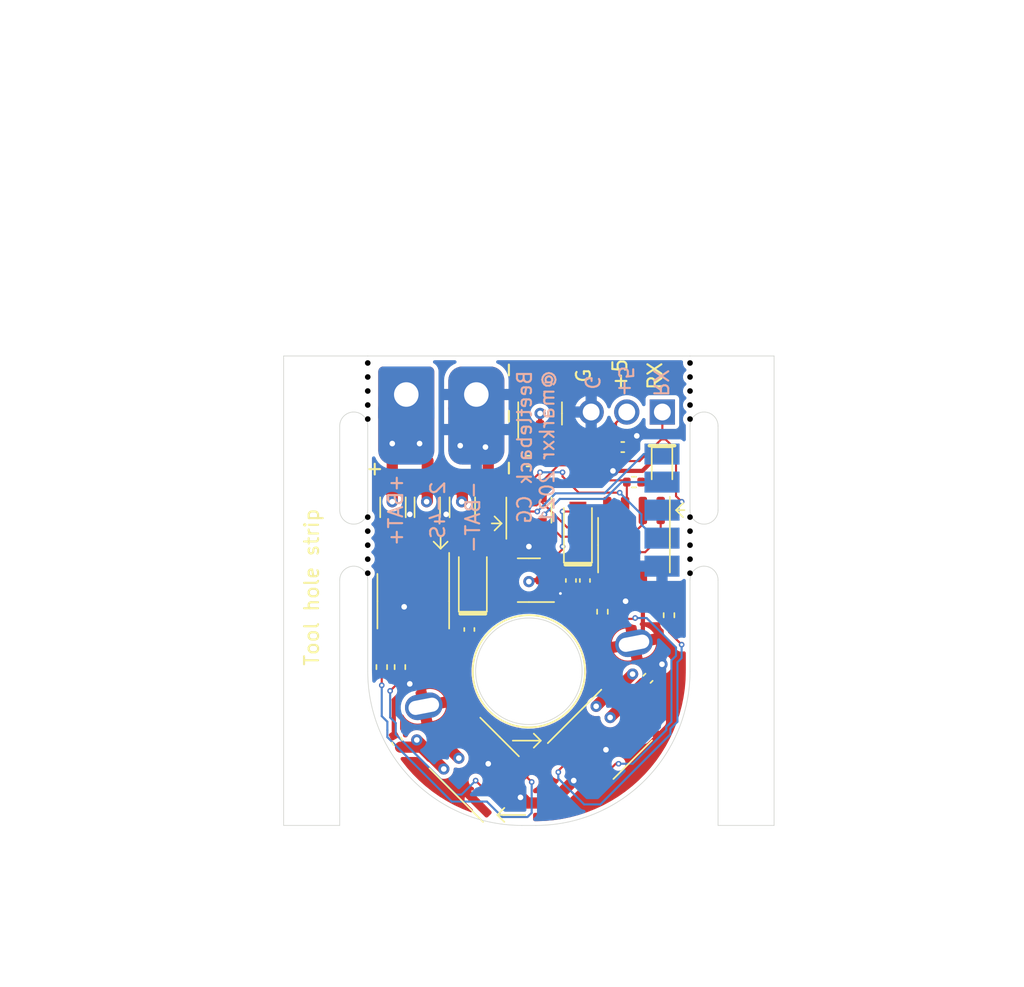
<source format=kicad_pcb>
(kicad_pcb (version 20210824) (generator pcbnew)
  (title_block (date "2021-01-21") (rev "2"))
  (layers (0 "F.Cu" signal) (1 "In1.Cu" signal) (2 "In2.Cu" signal) (31 "B.Cu" signal) (34 "B.Paste" user) (35 "F.Paste" user) (36 "B.SilkS" user "B.Silkscreen") (37 "F.SilkS" user "F.Silkscreen") (38 "B.Mask" user) (39 "F.Mask" user) (44 "Edge.Cuts" user))
  (net 0 "")
  (net 1 "+12V")
  (net 2 "/GH1")
  (net 3 "/GL1")
  (net 4 "/GH2")
  (net 5 "Net-(C2-Pad1)")
  (net 6 "GND")
  (net 7 "/GL2")
  (net 8 "Net-(C3-Pad1)")
  (net 9 "/VBAT")
  (net 10 "/PWMIN")
  (net 11 "/MOTOR_PWM_2")
  (net 12 "/MOTOR_PWM_1")
  (net 13 "/MOTOR_PAD_2")
  (net 14 "/MOTOR_PAD_1")
  (net 15 "+5V")
  (net 16 "Net-(D2-Pad2)")
  (net 17 "/MOTOR_EN")
  (net 18 "/PWMIN1")
  (net 19 "/GH2OUT")
  (net 20 "/GL2OUT")
  (net 21 "/GH1OUT")
  (net 22 "/GL1OUT")
  (footprint "Capacitor_SMD:C_0402_1005Metric" (layer "F.Cu") (at 92.6 127.02 -90)
    (fp_text reference "C1" hide)
    (fp_text value "1uF 25v")
  )
  (footprint "Capacitor_SMD:C_0402_1005Metric" (layer "F.Cu") (at 93.6 127.02 -90)
    (fp_text reference "C2" hide)
    (fp_text value "1uF 25v")
  )
  (footprint "Package_TO_SOT_SMD:SOT-23-6_Handsoldering" (layer "F.Cu") (at 89.6 122 90)
    (fp_text reference "U1" hide)
    (fp_text value "ATTINY10-TSHR")
  )
  (footprint "beetleback:bbb_motorpin" (layer "F.Cu") (at 97.1 131.5 -79)
    (fp_text reference "J4" hide)
    (fp_text value "motor_pad_2" hide)
  )
  (footprint "Diode_SMD:D_SOD-123" (layer "F.Cu") (at 93.1 123.5 90)
    (fp_text reference "D1" hide)
    (fp_text value "B5819W")
  )
  (footprint "Resistor_SMD:R_0402_1005Metric" (layer "F.Cu") (at 89.59 118.5 180)
    (fp_text reference "R1" hide)
    (fp_text value "1k")
  )
  (footprint "Capacitor_SMD:C_1206_3216Metric" (layer "F.Cu") (at 82.35 121.8 -90)
    (fp_text reference "C5" hide)
    (fp_text value "22uF 25v")
  )
  (footprint "Resistor_SMD:R_0402_1005Metric" (layer "F.Cu") (at 99.6 129.5 -90)
    (fp_text reference "R5" hide)
    (fp_text value "10R")
  )
  (footprint "beetleback:mousebites" (layer "F.Cu") (at 78.1 113.5 90)
    (fp_text reference "REF**" hide)
    (fp_text value "mousebites")
  )
  (footprint "Package_SO:SOIC-8_3.9x4.9mm_P1.27mm" (layer "F.Cu") (at 85.7 140 135)
    (fp_text reference "Q2" hide)
    (fp_text value "IRF8313PBF")
  )
  (footprint "beetleback:mousebites" (layer "F.Cu") (at 101.1 124.5 90)
    (fp_text reference "REF**" hide)
    (fp_text value "mousebites")
  )
  (footprint "Capacitor_SMD:C_0402_1005Metric" (layer "F.Cu") (at 96.3 117.5)
    (fp_text reference "C4" hide)
    (fp_text value "1uF 25v")
  )
  (footprint "LED_SMD:LED_0603_1608Metric" (layer "F.Cu") (at 99.1 119 -90)
    (fp_text reference "D2" hide)
    (fp_text value "Red LED")
  )
  (footprint "Package_SO:SOIC-8_3.9x4.9mm_P1.27mm" (layer "F.Cu") (at 95.2 138 45)
    (fp_text reference "Q1" hide)
    (fp_text value "IRF8313PBF")
  )
  (footprint "Capacitor_SMD:C_1206_3216Metric" (layer "F.Cu") (at 79.9 121.8 -90)
    (fp_text reference "C6" hide)
    (fp_text value "22uF 25v")
  )
  (footprint "Resistor_SMD:R_0402_1005Metric" (layer "F.Cu") (at 94.85 129.25 -90)
    (fp_text reference "R6" hide)
    (fp_text value "10R")
  )
  (footprint "beetleback:beetlepower_in" (layer "F.Cu") (at 80.85 113.75)
    (fp_text reference "J2" hide)
    (fp_text value "powerin")
  )
  (footprint "Resistor_SMD:R_0402_1005Metric" (layer "F.Cu") (at 97.1 120)
    (fp_text reference "R4" hide)
    (fp_text value "1k")
  )
  (footprint "Capacitor_SMD:C_0402_1005Metric" (layer "F.Cu") (at 98.1 134 45)
    (fp_text reference "C9" hide)
    (fp_text value "1uF 25v")
  )
  (footprint "Capacitor_SMD:C_0402_1005Metric" (layer "F.Cu") (at 85.35 130.52 -90)
    (fp_text reference "C3" hide)
    (fp_text value "1uF 25v")
  )
  (footprint "beetleback:mousebites" (layer "F.Cu") (at 78.1 124.5 90)
    (fp_text reference "REF**" hide)
    (fp_text value "mousebites")
  )
  (footprint "Package_TO_SOT_SMD:SOT-23-5" (layer "F.Cu") (at 90.4 115.1 90)
    (fp_text reference "U3" hide)
    (fp_text value "HT7550-2")
  )
  (footprint "beetleback:mousebites" (layer "F.Cu") (at 101.1 113.5 90)
    (fp_text reference "REF**" hide)
    (fp_text value "mousebites")
  )
  (footprint "Resistor_SMD:R_0402_1005Metric" (layer "F.Cu") (at 79.1 133.2 90)
    (fp_text reference "R3" hide)
    (fp_text value "10R")
  )
  (footprint "beetleback:rx_pins" (layer "F.Cu") (at 99.125 115 -90)
    (fp_text reference "J1" hide)
    (fp_text value "signalin")
  )
  (footprint "Package_SO:SOIC-8_3.9x4.9mm_P1.27mm" (layer "F.Cu") (at 97.1 124.5 -90)
    (fp_text reference "U2" hide)
    (fp_text value "ADP3110A")
  )
  (footprint "Diode_SMD:D_SOD-123" (layer "F.Cu") (at 85.6 127 90)
    (fp_text reference "D3" hide)
    (fp_text value "B5819W")
  )
  (footprint "Resistor_SMD:R_0402_1005Metric" (layer "F.Cu") (at 80.4 133.2 90)
    (fp_text reference "R2" hide)
    (fp_text value "10R")
  )
  (footprint "Capacitor_SMD:C_0402_1005Metric" (layer "F.Cu") (at 80.2 138.5 120)
    (fp_text reference "C8" hide)
    (fp_text value "1uF 25v")
  )
  (footprint "Package_SO:SOIC-8_3.9x4.9mm_P1.27mm" (layer "F.Cu") (at 81.35 128.5 -90)
    (fp_text reference "U4" hide)
    (fp_text value "ADP3110A")
  )
  (footprint "Capacitor_SMD:C_1206_3216Metric" (layer "F.Cu") (at 84.85 121.8 -90)
    (fp_text reference "C7" hide)
    (fp_text value "22uF 25v")
  )
  (footprint "beetleback:bbb_motorpin" (layer "F.Cu") (at 82.1 136 -79)
    (fp_text reference "J3" hide)
    (fp_text value "motor_pad_1" hide)
  )
  (footprint "Package_TO_SOT_SMD:SOT-23-5" (layer "F.Cu") (at 89.6 127 180)
    (fp_text reference "U5" hide)
    (fp_text value "HT75C0-3")
  )
  (footprint "beetleback:pogopins_5" (layer "B.Cu") (at 99.1 122 90)
    (fp_text reference "J5" hide)
    (fp_text value "prog_pins" hide)
  )
  (gr_circle (center 89.6 133.5) (end 93.6 133.5) (layer "F.SilkS") (width 0.12) (fill none))
  (gr_line (start 87.35 143.75) (end 87.85 143.25) (layer "F.SilkS") (width 0.12))
  (gr_line (start 87.65 122.95) (end 87.15 123.45) (layer "F.SilkS") (width 0.12))
  (gr_line (start 100.1 122) (end 100.6 122.5) (layer "F.SilkS") (width 0.12))
  (gr_line (start 86.95 122.95) (end 87.65 122.95) (layer "F.SilkS") (width 0.12))
  (gr_line (start 92.2 125.9) (end 94 125.9) (layer "F.SilkS") (width 0.25))
  (gr_line (start 100.15 122) (end 100.7 122) (layer "F.SilkS") (width 0.12))
  (gr_line (start 87.35 143.75) (end 87.85 144.25) (layer "F.SilkS") (width 0.12))
  (gr_line (start 88.45 138.45) (end 90.45 138.45) (layer "F.SilkS") (width 0.12))
  (gr_line (start 100.1 122) (end 100.6 121.5) (layer "F.SilkS") (width 0.12))
  (gr_line (start 83.3 124.75) (end 82.8 124.25) (layer "F.SilkS") (width 0.12))
  (gr_line (start 84.7 129.4) (end 86.5 129.4) (layer "F.SilkS") (width 0.25))
  (gr_line (start 90.45 138.45) (end 89.95 137.95) (layer "F.SilkS") (width 0.12))
  (gr_line (start 87.65 122.95) (end 87.15 122.45) (layer "F.SilkS") (width 0.12))
  (gr_line (start 83.3 124.75) (end 83.3 123.85) (layer "F.SilkS") (width 0.12))
  (gr_line (start 98.2 117.4) (end 100 117.4) (layer "F.SilkS") (width 0.25))
  (gr_line (start 90.45 138.45) (end 89.95 138.95) (layer "F.SilkS") (width 0.12))
  (gr_line (start 89.35 143.75) (end 87.35 143.75) (layer "F.SilkS") (width 0.12))
  (gr_line (start 83.3 124.75) (end 83.8 124.25) (layer "F.SilkS") (width 0.12))
  (gr_arc (start 102.1 116) (end 101.1 116) (angle 180) (layer "Edge.Cuts") (width 0.05))
  (gr_arc (start 77.1 122) (end 76.1 122) (angle -180) (layer "Edge.Cuts") (width 0.05))
  (gr_line (start 101.1 127) (end 101.1 133.5) (layer "Edge.Cuts") (width 0.05))
  (gr_line (start 103.1 122) (end 103.1 116) (layer "Edge.Cuts") (width 0.05))
  (gr_line (start 78.1 111) (end 72.1 111) (layer "Edge.Cuts") (width 0.05))
  (gr_arc (start 90.1 133.5) (end 101.1 133.5) (angle 90) (layer "Edge.Cuts") (width 0.05))
  (gr_line (start 72.1 144.5) (end 76.1 144.5) (layer "Edge.Cuts") (width 0.05))
  (gr_line (start 76.1 144.5) (end 76.1 127) (layer "Edge.Cuts") (width 0.05))
  (gr_arc (start 89.1 133.5) (end 89.1 144.5) (angle 90) (layer "Edge.Cuts") (width 0.05))
  (gr_line (start 89.1 144.5) (end 90.1 144.5) (layer "Edge.Cuts") (width 0.05))
  (gr_line (start 78.1 111) (end 101.1 111) (layer "Edge.Cuts") (width 0.05))
  (gr_circle (center 89.6 133.5) (end 93.4 133.5) (layer "Edge.Cuts") (width 0.05) (fill none))
  (gr_arc (start 102.1 122) (end 103.1 122) (angle 180) (layer "Edge.Cuts") (width 0.05))
  (gr_line (start 76.1 122) (end 76.1 116) (layer "Edge.Cuts") (width 0.05))
  (gr_arc (start 102.1 127) (end 101.1 127) (angle 180) (layer "Edge.Cuts") (width 0.05))
  (gr_line (start 107.1 111) (end 107.1 144.5) (layer "Edge.Cuts") (width 0.05))
  (gr_line (start 78.1 111) (end 78.1 111) (layer "Edge.Cuts") (width 0.05))
  (gr_arc (start 77.1 116) (end 78.1 116) (angle -180) (layer "Edge.Cuts") (width 0.05))
  (gr_line (start 101.1 116) (end 101.1 122) (layer "Edge.Cuts") (width 0.05))
  (gr_line (start 78.1 122) (end 78.1 116) (layer "Edge.Cuts") (width 0.05))
  (gr_line (start 101.1 111) (end 107.1 111) (layer "Edge.Cuts") (width 0.05))
  (gr_line (start 101.1 111) (end 101.1 111) (layer "Edge.Cuts") (width 0.05))
  (gr_line (start 78.1 133.5) (end 78.1 127) (layer "Edge.Cuts") (width 0.05))
  (gr_arc (start 77.1 127) (end 78.1 127) (angle -180) (layer "Edge.Cuts") (width 0.05))
  (gr_line (start 72.1 111) (end 72.1 144.5) (layer "Edge.Cuts") (width 0.05))
  (gr_line (start 103.1 144.5) (end 103.1 127) (layer "Edge.Cuts") (width 0.05))
  (gr_line (start 107.1 144.5) (end 103.1 144.5) (layer "Edge.Cuts") (width 0.05))
  (gr_text "G" (at 94.1 113.5 270) (layer "B.SilkS") (effects (font (size 1 1)) (justify left mirror)))
  (gr_text "+5" (at 96.5 114 270) (layer "B.SilkS") (effects (font (size 1 1)) (justify left mirror)))
  (gr_text "-BAT-" (at 85.6 122.5 90) (layer "B.SilkS") (effects (font (size 1 1)) (justify mirror)))
  (gr_text "+BAT+" (at 80.1 122 90) (layer "B.SilkS") (effects (font (size 1 1)) (justify mirror)))
  (gr_text "2-4S" (at 83.1 122 90) (layer "B.SilkS") (effects (font (size 1 1)) (justify mirror)))
  (gr_text "RX" (at 99 114 -90) (layer "B.SilkS") (effects (font (size 1 1)) (justify left mirror)))
  (gr_text "Beetleback CG\n@markxr 2021" (at 90.1 117.5 90) (layer "B.SilkS") (effects (font (size 1 1)) (justify mirror)))
  (gr_text "-" (at 88.1 115.3 90) (layer "F.SilkS") (effects (font (size 1 1))))
  (gr_text "Tool hole strip" (at 74.1 127.5 90) (layer "F.SilkS") (effects (font (size 1 1))))
  (gr_text "G" (at 93.5 113 90) (layer "F.SilkS") (effects (font (size 1 1)) (justify left)))
  (gr_text "-" (at 88.1 119 90) (layer "F.SilkS") (effects (font (size 1 1))))
  (gr_text "+" (at 78.6 119) (layer "F.SilkS") (effects (font (size 1 1))))
  (gr_text "RX" (at 98.6 113.5 90) (layer "F.SilkS") (effects (font (size 1 1)) (justify left)))
  (gr_text "+5" (at 96.1 113.5 90) (layer "F.SilkS") (effects (font (size 1 1)) (justify left)))
  (gr_text "-" (at 88.1 112 90) (layer "F.SilkS") (effects (font (size 1 1))))
  (segment (start 90.7375 126.05) (end 92 124.7875) (width 0.15) (layer "F.Cu") (net 1))
  (segment (start 92.6 126.54) (end 92.11 126.05) (width 0.15) (layer "F.Cu") (net 1))
  (segment (start 82.9 124.8) (end 85.05 124.8) (width 0.15) (layer "F.Cu") (net 1))
  (segment (start 90.7375 126.05) (end 92.2 126.05) (width 0.15) (layer "F.Cu") (net 1))
  (segment (start 79.445 126.025) (end 79.445 127.345) (width 0.15) (layer "F.Cu") (net 1))
  (segment (start 93.1 121.85) (end 95.02 121.85) (width 0.15) (layer "F.Cu") (net 1))
  (segment (start 82.1 127.9) (end 82.50952 127.49048) (width 0.15) (layer "F.Cu") (net 1))
  (segment (start 82.50952 125.19048) (end 82.9 124.8) (width 0.15) (layer "F.Cu") (net 1))
  (segment (start 92 122.1) (end 92.85 122.1) (width 0.15) (layer "F.Cu") (net 1))
  (segment (start 95.02 121.85) (end 95.195 122.025) (width 0.15) (layer "F.Cu") (net 1))
  (segment (start 79.445 127.345) (end 80 127.9) (width 0.15) (layer "F.Cu") (net 1))
  (segment (start 82.50952 127.49048) (end 82.50952 125.19048) (width 0.15) (layer "F.Cu") (net 1))
  (segment (start 92.85 122.1) (end 93.1 121.85) (width 0.15) (layer "F.Cu") (net 1))
  (segment (start 85.6 125.35) (end 90.0375 125.35) (width 0.15) (layer "F.Cu") (net 1))
  (segment (start 85.05 124.8) (end 85.6 125.35) (width 0.15) (layer "F.Cu") (net 1))
  (segment (start 90.0375 125.35) (end 90.7375 126.05) (width 0.15) (layer "F.Cu") (net 1))
  (segment (start 92.11 126.05) (end 90.7375 126.05) (width 0.15) (layer "F.Cu") (net 1))
  (segment (start 92 124.7875) (end 92 124.6) (width 0.15) (layer "F.Cu") (net 1))
  (segment (start 80 127.9) (end 82.1 127.9) (width 0.15) (layer "F.Cu") (net 1))
  (via (at 92 124.6) (size 0.4) (drill 0.2) (layers "F.Cu" "B.Cu") (net 1))
  (via (at 92 122.1) (size 0.4) (drill 0.2) (layers "F.Cu" "B.Cu") (net 1))
  (segment (start 92 124.6) (end 92 122.1) (width 0.15) (layer "B.Cu") (net 1))
  (segment (start 99.6 130.01) (end 99.6 130.7) (width 0.15) (layer "F.Cu") (net 2))
  (segment (start 91.7 140.7) (end 91.7 140.601974) (width 0.15) (layer "F.Cu") (net 2))
  (segment (start 99.6 130.7) (end 100.5 131.6) (width 0.15) (layer "F.Cu") (net 2))
  (segment (start 91.7 140.601974) (end 93.000898 139.301076) (width 0.15) (layer "F.Cu") (net 2))
  (via (at 91.7 140.7) (size 0.4) (drill 0.2) (layers "F.Cu" "B.Cu") (net 2))
  (via (at 100.5 131.6) (size 0.4) (drill 0.2) (layers "F.Cu" "B.Cu") (net 2))
  (segment (start 100.2 132.853904) (end 100.2 137.1) (width 0.15) (layer "B.Cu") (net 2))
  (segment (start 100.2 137.1) (end 99.7 137.6) (width 0.15) (layer "B.Cu") (net 2))
  (segment (start 99.7 138) (end 94.7 143) (width 0.15) (layer "B.Cu") (net 2))
  (segment (start 100.5 132.553904) (end 100.2 132.853904) (width 0.15) (layer "B.Cu") (net 2))
  (segment (start 94.7 143) (end 93.546096 143) (width 0.15) (layer "B.Cu") (net 2))
  (segment (start 100.5 131.6) (end 100.5 132.553904) (width 0.15) (layer "B.Cu") (net 2))
  (segment (start 93.546096 143) (end 91.7 141.153904) (width 0.15) (layer "B.Cu") (net 2))
  (segment (start 91.7 141.153904) (end 91.7 140.7) (width 0.15) (layer "B.Cu") (net 2))
  (segment (start 99.7 137.6) (end 99.7 138) (width 0.15) (layer "B.Cu") (net 2))
  (segment (start 94.85 129.76) (end 97.1255 129.76) (width 0.15) (layer "F.Cu") (net 3))
  (segment (start 96 140.1) (end 95.794077 140.1) (width 0.15) (layer "F.Cu") (net 3))
  (segment (start 97.1255 129.76) (end 97.1855 129.7) (width 0.15) (layer "F.Cu") (net 3))
  (segment (start 95.794077 140.1) (end 94.796949 141.097128) (width 0.15) (layer "F.Cu") (net 3))
  (via (at 96 140.1) (size 0.4) (drill 0.2) (layers "F.Cu" "B.Cu") (net 3))
  (via (at 97.1855 129.7) (size 0.4) (drill 0.2) (layers "F.Cu" "B.Cu") (net 3))
  (segment (start 100.1 131.8) (end 100.1 132.395118) (width 0.15) (layer "B.Cu") (net 3))
  (segment (start 100.1 132.395118) (end 99.774511 132.720607) (width 0.15) (layer "B.Cu") (net 3))
  (segment (start 99.40048 137.475934) (end 99.40048 137.69952) (width 0.15) (layer "B.Cu") (net 3))
  (segment (start 97.1855 129.7) (end 98 129.7) (width 0.15) (layer "B.Cu") (net 3))
  (segment (start 97 140.1) (end 96 140.1) (width 0.15) (layer "B.Cu") (net 3))
  (segment (start 99.774511 132.720607) (end 99.774511 137.101903) (width 0.15) (layer "B.Cu") (net 3))
  (segment (start 98 129.7) (end 100.1 131.8) (width 0.15) (layer "B.Cu") (net 3))
  (segment (start 99.774511 137.101903) (end 99.40048 137.475934) (width 0.15) (layer "B.Cu") (net 3))
  (segment (start 99.40048 137.69952) (end 97 140.1) (width 0.15) (layer "B.Cu") (net 3))
  (segment (start 80.4 134.2) (end 79.7 134.9) (width 0.15) (layer "F.Cu") (net 4))
  (segment (start 80.4 133.71) (end 80.4 134.2) (width 0.15) (layer "F.Cu") (net 4))
  (segment (start 85.8 141.3) (end 86.699102 142.199102) (width 0.15) (layer "F.Cu") (net 4))
  (segment (start 86.699102 142.199102) (end 87.001076 142.199102) (width 0.15) (layer "F.Cu") (net 4))
  (via (at 79.7 134.9) (size 0.4) (drill 0.2) (layers "F.Cu" "B.Cu") (net 4))
  (via (at 85.8 141.3) (size 0.4) (drill 0.2) (layers "F.Cu" "B.Cu") (net 4))
  (segment (start 84.5 142.3) (end 84.8 142.3) (width 0.15) (layer "B.Cu") (net 4))
  (segment (start 79.7 134.9) (end 79.7 136.8) (width 0.15) (layer "B.Cu") (net 4))
  (segment (start 79.7 136.8) (end 80.1 137.2) (width 0.15) (layer "B.Cu") (net 4))
  (segment (start 84.4 142.3) (end 84.5 142.3) (width 0.15) (layer "B.Cu") (net 4))
  (segment (start 84.8 142.3) (end 85.8 141.3) (width 0.15) (layer "B.Cu") (net 4))
  (segment (start 80.1 137.2) (end 80.1 138) (width 0.15) (layer "B.Cu") (net 4))
  (segment (start 80.1 138) (end 84.4 142.3) (width 0.15) (layer "B.Cu") (net 4))
  (segment (start 93.1 126.04) (end 93.6 126.54) (width 0.15) (layer "F.Cu") (net 5))
  (segment (start 97.004999 125) (end 97.9 125) (width 0.15) (layer "F.Cu") (net 5))
  (segment (start 93.1 125.15) (end 93.1 126.04) (width 0.15) (layer "F.Cu") (net 5))
  (segment (start 93.1 125.15) (end 96.854999 125.15) (width 0.15) (layer "F.Cu") (net 5))
  (segment (start 99.005 123.895) (end 99.005 122.025) (width 0.15) (layer "F.Cu") (net 5))
  (segment (start 97.9 125) (end 99.005 123.895) (width 0.15) (layer "F.Cu") (net 5))
  (segment (start 96.854999 125.15) (end 97.004999 125) (width 0.15) (layer "F.Cu") (net 5))
  (segment (start 97.7 119.2) (end 95.6 119.2) (width 0.3) (layer "F.Cu") (net 6))
  (segment (start 80.715 130.975) (end 80.715 128.915) (width 0.3) (layer "F.Cu") (net 6))
  (segment (start 96.465 126.975) (end 96.465 128.465) (width 0.3) (layer "F.Cu") (net 6))
  (segment (start 81.1 122.3) (end 81.375 122.3) (width 0.8) (layer "F.Cu") (net 6))
  (segment (start 84.85 123.275) (end 86.7 121.425) (width 0.8) (layer "F.Cu") (net 6))
  (segment (start 87.901076 141.301076) (end 89.5 142.9) (width 0.8) (layer "F.Cu") (net 6))
  (segment (start 82.35 123.275) (end 84.85 123.275) (width 0.8) (layer "F.Cu") (net 6))
  (segment (start 83.7 122.3) (end 83.325 122.3) (width 0.8) (layer "F.Cu") (net 6))
  (segment (start 86.7 117.1) (end 85.85 116.25) (width 0.8) (layer "F.Cu") (net 6))
  (segment (start 89.35 116.1375) (end 85.9625 116.1375) (width 0.3) (layer "F.Cu") (net 6))
  (segment (start 93.898924 140.199102) (end 94.000898 140.199102) (width 0.8) (layer "F.Cu") (net 6))
  (segment (start 96.78 117.22) (end 97.3 116.7) (width 0.3) (layer "F.Cu") (net 6))
  (segment (start 86.7 121.425) (end 86.7 117.1) (width 0.8) (layer "F.Cu") (net 6))
  (segment (start 92.15 127.95) (end 92.6 127.5) (width 0.3) (layer "F.Cu") (net 6))
  (segment (start 79.96 135.54) (end 81.1 134.4) (width 0.3) (layer "F.Cu") (net 6))
  (segment (start 94.000898 140.199102) (end 95.1 139.1) (width 0.8) (layer "F.Cu") (net 6))
  (segment (start 83.7 122.3) (end 83.875 122.3) (width 0.8) (layer "F.Cu") (net 6))
  (segment (start 80.875 122.3) (end 79.9 123.275) (width 0.8) (layer "F.Cu") (net 6))
  (segment (start 85.9625 116.1375) (end 85.85 116.25) (width 0.3) (layer "F.Cu") (net 6))
  (segment (start 98.6875 118.2125) (end 97.7 119.2) (width 0.3) (layer "F.Cu") (net 6))
  (segment (start 96.78 117.5) (end 96.78 117.22) (width 0.3) (layer "F.Cu") (net 6))
  (segment (start 87.899102 141.301076) (end 87.899102 141.299102) (width 0.8) (layer "F.Cu") (net 6))
  (segment (start 87.899102 141.301076) (end 87.901076 141.301076) (width 0.8) (layer "F.Cu") (net 6))
  (segment (start 91.198026 142.9) (end 93.898924 140.199102) (width 0.8) (layer "F.Cu") (net 6))
  (segment (start 83.875 122.3) (end 84.85 123.275) (width 0.8) (layer "F.Cu") (net 6))
  (segment (start 91.85 127.95) (end 92.15 127.95) (width 0.3) (layer "F.Cu") (net 6))
  (segment (start 81.1 122.3) (end 80.875 122.3) (width 0.8) (layer "F.Cu") (net 6))
  (segment (start 98.439411 133.660589) (end 99.1 133) (width 0.3) (layer "F.Cu") (net 6))
  (segment (start 87.899102 141.299102) (end 86.7 140.1) (width 0.8) (layer "F.Cu") (net 6))
  (segment (start 79.96 138.084308) (end 79.96 135.54) (width 0.3) (layer "F.Cu") (net 6))
  (segment (start 83.325 122.3) (end 82.35 123.275) (width 0.8) (layer "F.Cu") (net 6))
  (segment (start 99.1 118.2125) (end 98.6875 118.2125) (width 0.3) (layer "F.Cu") (net 6))
  (segment (start 79.9 123.275) (end 82.35 123.275) (width 0.8) (layer "F.Cu") (net 6))
  (segment (start 89.5 142.9) (end 91.198026 142.9) (width 0.8) (layer "F.Cu") (net 6))
  (segment (start 80.715 128.915) (end 80.7 128.9) (width 0.3) (layer "F.Cu") (net 6))
  (segment (start 90.7375 127.95) (end 91.85 127.95) (width 0.3) (layer "F.Cu") (net 6))
  (segment (start 89.6 123.35) (end 89.6 124.6) (width 0.3) (layer "F.Cu") (net 6))
  (segment (start 96.465 128.465) (end 96.5 128.5) (width 0.3) (layer "F.Cu") (net 6))
  (segment (start 81.375 122.3) (end 82.35 123.275) (width 0.8) (layer "F.Cu") (net 6))
  (segment (start 89.45 116.2375) (end 89.35 116.1375) (width 0.3) (layer "F.Cu") (net 6))
  (via (at 91.85 127.95) (size 0.4) (drill 0.2) (layers "F.Cu" "B.Cu") (net 6))
  (via (at 86.5 117.5) (size 0.8) (drill 0.4) (layers "F.Cu" "B.Cu") (net 6))
  (via (at 83.7 122.3) (size 0.8) (drill 0.4) (layers "F.Cu" "B.Cu") (net 6))
  (via (at 95.6 119.2) (size 0.8) (drill 0.4) (layers "F.Cu" "B.Cu") (net 6))
  (via (at 81.1 134.4) (size 0.8) (drill 0.4) (layers "F.Cu" "B.Cu") (net 6))
  (via (at 95.1 139.1) (size 0.8) (drill 0.4) (layers "F.Cu" "B.Cu") (net 6))
  (via (at 99.1 133) (size 0.8) (drill 0.4) (layers "F.Cu" "B.Cu") (net 6))
  (via (at 89 142.5) (size 0.8) (drill 0.4) (layers "F.Cu" "B.Cu") (net 6))
  (via (at 80.7 128.9) (size 0.8) (drill 0.4) (layers "F.Cu" "B.Cu") (net 6))
  (via (at 97.3 116.7) (size 0.8) (drill 0.4) (layers "F.Cu" "B.Cu") (net 6))
  (via (at 86.7 140.1) (size 0.8) (drill 0.4) (layers "F.Cu" "B.Cu") (net 6))
  (via (at 84.7 117.4) (size 0.8) (drill 0.4) (layers "F.Cu" "B.Cu") (net 6))
  (via (at 89.6 124.6) (size 0.8) (drill 0.4) (layers "F.Cu" "B.Cu") (net 6))
  (via (at 92.8 141.3) (size 0.8) (drill 0.4) (layers "F.Cu" "B.Cu") (net 6))
  (via (at 81.1 122.3) (size 0.8) (drill 0.4) (layers "F.Cu" "B.Cu") (net 6))
  (via (at 96.5 128.5) (size 0.8) (drill 0.4) (layers "F.Cu" "B.Cu") (net 6))
  (segment (start 88.797128 140.403051) (end 88.803051 140.403051) (width 0.15) (layer "F.Cu") (net 7))
  (segment (start 79.1 133.71) (end 79.1 134.5) (width 0.15) (layer "F.Cu") (net 7))
  (segment (start 88.803051 140.403051) (end 89.8 141.4) (width 0.15) (layer "F.Cu") (net 7))
  (via (at 89.8 141.4) (size 0.4) (drill 0.2) (layers "F.Cu" "B.Cu") (net 7))
  (via (at 79.1 134.5) (size 0.4) (drill 0.2) (layers "F.Cu" "B.Cu") (net 7))
  (segment (start 79.3 136.9) (end 79.5 137.1) (width 0.15) (layer "B.Cu") (net 7))
  (segment (start 80.4 139.1) (end 83.8 142.5) (width 0.15) (layer "B.Cu") (net 7))
  (segment (start 79.1 134.5) (end 79.1 136.7) (width 0.15) (layer "B.Cu") (net 7))
  (segment (start 79.5 137.7) (end 79.5 138.2) (width 0.15) (layer "B.Cu") (net 7))
  (segment (start 85.1 142.8) (end 86.6 142.8) (width 0.15) (layer "B.Cu") (net 7))
  (segment (start 87.7 143.9) (end 89.5 143.9) (width 0.15) (layer "B.Cu") (net 7))
  (segment (start 83.8 142.5) (end 84.1 142.8) (width 0.15) (layer "B.Cu") (net 7))
  (segment (start 79.1 136.7) (end 79.3 136.9) (width 0.15) (layer "B.Cu") (net 7))
  (segment (start 86.6 142.8) (end 87.7 143.9) (width 0.15) (layer "B.Cu") (net 7))
  (segment (start 89.8 141.4) (end 89.8 143.6) (width 0.15) (layer "B.Cu") (net 7))
  (segment (start 84.1 142.8) (end 85.1 142.8) (width 0.15) (layer "B.Cu") (net 7))
  (segment (start 79.5 137.1) (end 79.5 137.7) (width 0.15) (layer "B.Cu") (net 7))
  (segment (start 89.8 143.6) (end 89.6 143.8) (width 0.15) (layer "B.Cu") (net 7))
  (segment (start 89.5 143.9) (end 89.6 143.8) (width 0.15) (layer "B.Cu") (net 7))
  (segment (start 79.5 138.2) (end 80.4 139.1) (width 0.15) (layer "B.Cu") (net 7))
  (segment (start 83.255 126.025) (end 84.125 126.025) (width 0.15) (layer "F.Cu") (net 8))
  (segment (start 85.6 128.65) (end 85.6 129.79) (width 0.15) (layer "F.Cu") (net 8))
  (segment (start 84.125 126.025) (end 85.6 127.5) (width 0.15) (layer "F.Cu") (net 8))
  (segment (start 85.6 129.79) (end 85.35 130.04) (width 0.15) (layer "F.Cu") (net 8))
  (segment (start 85.6 127.5) (end 85.6 128.65) (width 0.15) (layer "F.Cu") (net 8))
  (segment (start 79.85 120.275) (end 79.85 117.25) (width 0.8) (layer "F.Cu") (net 9))
  (segment (start 96.501076 135.800898) (end 96.399102 135.800898) (width 0.8) (layer "F.Cu") (net 9))
  (segment (start 95.603051 134.902872) (end 95.497128 134.902872) (width 0.8) (layer "F.Cu") (net 9))
  (segment (start 83.500898 138.698924) (end 82.602872 139.596949) (width 0.8) (layer "F.Cu") (net 9))
  (segment (start 96.501076 135.800898) (end 96.501076 135.598924) (width 0.8) (layer "F.Cu") (net 9))
  (segment (start 82.3 121.4) (end 82.35 121.35) (width 0.8) (layer "F.Cu") (net 9))
  (segment (start 80.44 138.915692) (end 81.921615 138.915692) (width 0.8) (layer "F.Cu") (net 9))
  (segment (start 83.598924 138.698924) (end 84.6 139.7) (width 0.8) (layer "F.Cu") (net 9))
  (segment (start 79.85 121.4) (end 79.85 120.375) (width 0.8) (layer "F.Cu") (net 9))
  (segment (start 96.501076 135.598924) (end 97.760589 134.339411) (width 0.8) (layer "F.Cu") (net 9))
  (segment (start 79.85 120.375) (end 79.9 120.325) (width 0.8) (layer "F.Cu") (net 9))
  (segment (start 81.921615 138.915692) (end 82.602872 139.596949) (width 0.8) (layer "F.Cu") (net 9))
  (segment (start 80.2 120.025) (end 84.55 120.025) (width 0.8) (layer "F.Cu") (net 9))
  (segment (start 82.35 118.55) (end 82.35 120.325) (width 0.8) (layer "F.Cu") (net 9))
  (segment (start 82.4 118.5) (end 82.35 118.55) (width 0.8) (layer "F.Cu") (net 9))
  (segment (start 84.8 121.4) (end 84.85 121.35) (width 0.8) (layer "F.Cu") (net 9))
  (segment (start 79.9 120.325) (end 79.85 120.275) (width 0.8) (layer "F.Cu") (net 9))
  (segment (start 82.650837 139.596949) (end 83.526944 140.473056) (width 0.8) (layer "F.Cu") (net 9))
  (segment (start 90.4 116.2375) (end 90.4 115.1) (width 0.3) (layer "F.Cu") (net 9))
  (segment (start 84.85 121.35) (end 84.85 120.325) (width 0.8) (layer "F.Cu") (net 9))
  (segment (start 84.55 120.025) (end 84.85 120.325) (width 0.8) (layer "F.Cu") (net 9))
  (segment (start 96.399102 135.800898) (end 95.4 136.8) (width 0.8) (layer "F.Cu") (net 9))
  (segment (start 89.7 127) (end 89.6 127.1) (width 0.3) (layer "F.Cu") (net 9))
  (segment (start 81.921615 138.915692) (end 81.921615 138.721615) (width 0.8) (layer "F.Cu") (net 9))
  (segment (start 80.85 116.95) (end 82.4 118.5) (width 0.8) (layer "F.Cu") (net 9))
  (segment (start 95.797128 134.902872) (end 97 133.7) (width 0.8) (layer "F.Cu") (net 9))
  (segment (start 90.7375 127) (end 89.7 127) (width 0.3) (layer "F.Cu") (net 9))
  (segment (start 80.85 116.25) (end 79.85 117.25) (width 0.8) (layer "F.Cu") (net 9))
  (segment (start 95.497128 134.902872) (end 94.4 136) (width 0.8) (layer "F.Cu") (net 9))
  (segment (start 80.85 116.25) (end 80.85 116.95) (width 0.8) (layer "F.Cu") (net 9))
  (segment (start 95.603051 134.902872) (end 95.797128 134.902872) (width 0.8) (layer "F.Cu") (net 9))
  (segment (start 82.602872 139.596949) (end 82.650837 139.596949) (width 0.8) (layer "F.Cu") (net 9))
  (segment (start 79.9 120.325) (end 80.2 120.025) (width 0.8) (layer "F.Cu") (net 9))
  (segment (start 83.500898 138.698924) (end 83.598924 138.698924) (width 0.8) (layer "F.Cu") (net 9))
  (segment (start 82.35 121.35) (end 82.35 120.325) (width 0.8) (layer "F.Cu") (net 9))
  (segment (start 81.921615 138.721615) (end 81.6 138.4) (width 0.8) (layer "F.Cu") (net 9))
  (segment (start 95.603051 134.902872) (end 96.501076 135.800898) (width 0.8) (layer "F.Cu") (net 9))
  (via (at 95.4 136.8) (size 0.8) (drill 0.4) (layers "F.Cu" "B.Cu") (net 9))
  (via (at 79.85 117.25) (size 0.8) (drill 0.4) (layers "F.Cu" "B.Cu") (net 9))
  (via (at 81.8 117.25) (size 0.8) (drill 0.4) (layers "F.Cu" "B.Cu") (net 9))
  (via (at 97 133.7) (size 0.8) (drill 0.4) (layers "F.Cu" "B.Cu") (net 9))
  (via (at 83.526944 140.473056) (size 0.8) (drill 0.4) (layers "F.Cu" "B.Cu") (net 9))
  (via (at 79.85 121.4) (size 0.8) (drill 0.4) (layers "F.Cu" "B.Cu") (net 9))
  (via (at 90.4 115.1) (size 0.8) (drill 0.4) (layers "F.Cu" "B.Cu") (net 9))
  (via (at 82.3 121.4) (size 0.8) (drill 0.4) (layers "F.Cu" "B.Cu") (net 9))
  (via (at 84.6 139.7) (size 0.8) (drill 0.4) (layers "F.Cu" "B.Cu") (net 9))
  (via (at 94.4 136) (size 0.8) (drill 0.4) (layers "F.Cu" "B.Cu") (net 9))
  (via (at 84.8 121.4) (size 0.8) (drill 0.4) (layers "F.Cu" "B.Cu") (net 9))
  (via (at 89.6 127.1) (size 0.8) (drill 0.4) (layers "F.Cu" "B.Cu") (net 9))
  (via (at 81.6 138.4) (size 0.8) (drill 0.4) (layers "F.Cu" "B.Cu") (net 9))
  (segment (start 88.65 118.93) (end 89.08 118.5) (width 0.3) (layer "F.Cu") (net 10))
  (segment (start 88.65 120.65) (end 88.65 118.93) (width 0.3) (layer "F.Cu") (net 10))
  (segment (start 96.834999 123.9) (end 97.735 122.999999) (width 0.15) (layer "F.Cu") (net 11))
  (segment (start 90.55 123.35) (end 91.35 123.35) (width 0.15) (layer "F.Cu") (net 11))
  (segment (start 91.35 123.35) (end 91.9 123.9) (width 0.15) (layer "F.Cu") (net 11))
  (segment (start 90.55 123.35) (end 90.55 122.46428) (width 0.15) (layer "F.Cu") (net 11))
  (segment (start 90.55 122.46428) (end 90.7102 122.30408) (width 0.15) (layer "F.Cu") (net 11))
  (segment (start 91.9 123.9) (end 96.834999 123.9) (width 0.15) (layer "F.Cu") (net 11))
  (segment (start 97.735 122.999999) (end 97.735 122.025) (width 0.15) (layer "F.Cu") (net 11))
  (via (at 90.7102 122.30408) (size 0.4) (drill 0.2) (layers "F.Cu" "B.Cu") (net 11))
  (segment (start 95.023586 121.2) (end 96.223586 120) (width 0.15) (layer "B.Cu") (net 11))
  (segment (start 91.8 121.21428) (end 91.8 121.2) (width 0.15) (layer "B.Cu") (net 11))
  (segment (start 91.8 121.2) (end 95.023586 121.2) (width 0.15) (layer "B.Cu") (net 11))
  (segment (start 96.223586 120) (end 99.1 120) (width 0.15) (layer "B.Cu") (net 11))
  (segment (start 90.7102 122.30408) (end 91.8 121.21428) (width 0.15) (layer "B.Cu") (net 11))
  (segment (start 81.985 124.915) (end 81.985 126.025) (width 0.15) (layer "F.Cu") (net 12))
  (segment (start 87.5 124.5) (end 82.4 124.5) (width 0.15) (layer "F.Cu") (net 12))
  (segment (start 88.65 122.42) (end 88.97 122.1) (width 0.15) (layer "F.Cu") (net 12))
  (segment (start 88.65 123.35) (end 87.5 124.5) (width 0.15) (layer "F.Cu") (net 12))
  (segment (start 88.65 123.35) (end 88.65 122.42) (width 0.15) (layer "F.Cu") (net 12))
  (segment (start 82.4 124.5) (end 81.985 124.915) (width 0.15) (layer "F.Cu") (net 12))
  (segment (start 88.97 122.1) (end 90.2 122.1) (width 0.15) (layer "F.Cu") (net 12))
  (via (at 90.2 122.1) (size 0.4) (drill 0.2) (layers "F.Cu" "B.Cu") (net 12))
  (segment (start 97.8 118) (end 99.1 118) (width 0.15) (layer "B.Cu") (net 12))
  (segment (start 90.2 122.1) (end 91.5 120.8) (width 0.15) (layer "B.Cu") (net 12))
  (segment (start 95 120.8) (end 97.8 118) (width 0.15) (layer "B.Cu") (net 12))
  (segment (start 91.5 120.8) (end 95 120.8) (width 0.15) (layer "B.Cu") (net 12))
  (segment (start 93.6 127.5) (end 94 127.5) (width 0.3) (layer "F.Cu") (net 13))
  (segment (start 97.334999 125.6) (end 97.735 126.000001) (width 0.3) (layer "F.Cu") (net 13))
  (segment (start 94 127.5) (end 94.3 127.2) (width 0.3) (layer "F.Cu") (net 13))
  (segment (start 94.3 126.184416) (end 94.884416 125.6) (width 0.3) (layer "F.Cu") (net 13))
  (segment (start 97.735 126.975) (end 97.735 130.865) (width 0.3) (layer "F.Cu") (net 13))
  (segment (start 94.3 127.2) (end 94.3 126.184416) (width 0.3) (layer "F.Cu") (net 13))
  (segment (start 97.735 130.865) (end 97.1 131.5) (width 0.3) (layer "F.Cu") (net 13))
  (segment (start 94.884416 125.6) (end 97.334999 125.6) (width 0.3) (layer "F.Cu") (net 13))
  (segment (start 97.735 126.000001) (end 97.735 126.975) (width 0.3) (layer "F.Cu") (net 13))
  (segment (start 81.985 132.185) (end 81.985 130.975) (width 0.3) (layer "F.Cu") (net 14))
  (segment (start 82.1 131.09) (end 81.985 130.975) (width 0.3) (layer "F.Cu") (net 14))
  (segment (start 82.2 132.4) (end 81.985 132.185) (width 0.3) (layer "F.Cu") (net 14))
  (segment (start 82.1 136) (end 82.1 131.09) (width 0.3) (layer "F.Cu") (net 14))
  (segment (start 83.95 132.4) (end 82.2 132.4) (width 0.3) (layer "F.Cu") (net 14))
  (segment (start 85.35 131) (end 83.95 132.4) (width 0.3) (layer "F.Cu") (net 14))
  (segment (start 91.35 116.2375) (end 91.8125 116.7) (width 0.15) (layer "F.Cu") (net 15))
  (segment (start 90.24452 117.95548) (end 89.812342 117.95548) (width 0.15) (layer "F.Cu") (net 15))
  (segment (start 95.82 115.765) (end 96.585 115) (width 0.15) (layer "F.Cu") (net 15))
  (segment (start 91.35 116.2375) (end 91.35 116.85) (width 0.15) (layer "F.Cu") (net 15))
  (segment (start 92.9 120.5) (end 93.155763 120.755763) (width 0.15) (layer "F.Cu") (net 15))
  (segment (start 92 119.6) (end 92.9 120.5) (width 0.15) (layer "F.Cu") (net 15))
  (segment (start 89.6 120.1) (end 90.4 119.3) (width 0.15) (layer "F.Cu") (net 15))
  (segment (start 89.6 120.65) (end 89.6 120.1) (width 0.15) (layer "F.Cu") (net 15))
  (segment (start 91.35 116.85) (end 90.24452 117.95548) (width 0.15) (layer "F.Cu") (net 15))
  (segment (start 95.82 117.5) (end 95.82 115.765) (width 0.15) (layer "F.Cu") (net 15))
  (segment (start 92 119.3) (end 92 119.6) (width 0.15) (layer "F.Cu") (net 15))
  (segment (start 91.8125 116.7) (end 94.885 116.7) (width 0.15) (layer "F.Cu") (net 15))
  (segment (start 89.6 118.167822) (end 89.6 120.65) (width 0.15) (layer "F.Cu") (net 15))
  (segment (start 89.812342 117.95548) (end 89.6 118.167822) (width 0.15) (layer "F.Cu") (net 15))
  (segment (start 94.885 116.7) (end 96.585 115) (width 0.15) (layer "F.Cu") (net 15))
  (segment (start 93.155763 120.755763) (end 96.08218 120.755763) (width 0.15) (layer "F.Cu") (net 15))
  (via (at 92 119.3) (size 0.4) (drill 0.2) (layers "F.Cu" "B.Cu") (net 15))
  (via (at 90.4 119.3) (size 0.4) (drill 0.2) (layers "F.Cu" "B.Cu") (net 15))
  (via (at 96.08218 120.755763) (size 0.4) (drill 0.2) (layers "F.Cu" "B.Cu") (net 15))
  (segment (start 97.625489 123.025489) (end 98.6 124) (width 0.15) (layer "B.Cu") (net 15))
  (segment (start 98.6 124) (end 99.1 124) (width 0.15) (layer "B.Cu") (net 15))
  (segment (start 90.4 119.3) (end 92 119.3) (width 0.15) (layer "B.Cu") (net 15))
  (segment (start 96.08218 120.755763) (end 97.625489 122.299072) (width 0.15) (layer "B.Cu") (net 15))
  (segment (start 97.625489 122.299072) (end 97.625489 123.025489) (width 0.15) (layer "B.Cu") (net 15))
  (segment (start 97.61 120) (end 98.8875 120) (width 0.15) (layer "F.Cu") (net 16))
  (segment (start 98.8875 120) (end 99.1 119.7875) (width 0.15) (layer "F.Cu") (net 16))
  (segment (start 90.55 120.65) (end 90.55 121.45) (width 0.15) (layer "F.Cu") (net 17))
  (segment (start 86.245978 124.2) (end 88.791467 121.654511) (width 0.15) (layer "F.Cu") (net 17))
  (segment (start 81.065001 124.2) (end 86.245978 124.2) (width 0.15) (layer "F.Cu") (net 17))
  (segment (start 92.49952 118.79952) (end 91.70048 118.79952) (width 0.15) (layer "F.Cu") (net 17))
  (segment (start 90.55 121.25) (end 90.55 120.65) (width 0.15) (layer "F.Cu") (net 17))
  (segment (start 96.59 120) (end 96.464511 119.874511) (width 0.15) (layer "F.Cu") (net 17))
  (segment (start 90.145489 121.654511) (end 90.55 121.25) (width 0.15) (layer "F.Cu") (net 17))
  (segment (start 90.55 119.95) (end 90.55 120.65) (width 0.15) (layer "F.Cu") (net 17))
  (segment (start 93.574511 119.874511) (end 92.49952 118.79952) (width 0.15) (layer "F.Cu") (net 17))
  (segment (start 96.464511 119.874511) (end 93.574511 119.874511) (width 0.15) (layer "F.Cu") (net 17))
  (segment (start 90.55 121.45) (end 92.32452 123.22452) (width 0.15) (layer "F.Cu") (net 17))
  (segment (start 88.791467 121.654511) (end 90.145489 121.654511) (width 0.15) (layer "F.Cu") (net 17))
  (segment (start 96.59 120) (end 96.59 121.9) (width 0.15) (layer "F.Cu") (net 17))
  (segment (start 96.240479 123.22452) (end 96.465 122.999999) (width 0.15) (layer "F.Cu") (net 17))
  (segment (start 96.465 122.999999) (end 96.465 122.025) (width 0.15) (layer "F.Cu") (net 17))
  (segment (start 91.70048 118.79952) (end 90.55 119.95) (width 0.15) (layer "F.Cu") (net 17))
  (segment (start 92.32452 123.22452) (end 96.240479 123.22452) (width 0.15) (layer "F.Cu") (net 17))
  (segment (start 80.715 124.550001) (end 81.065001 124.2) (width 0.15) (layer "F.Cu") (net 17))
  (segment (start 80.715 126.025) (end 80.715 124.550001) (width 0.15) (layer "F.Cu") (net 17))
  (segment (start 96.59 121.9) (end 96.465 122.025) (width 0.15) (layer "F.Cu") (net 17))
  (segment (start 97.5 118.5) (end 99.05 116.95) (width 0.15) (layer "F.Cu") (net 18))
  (segment (start 99.125 116.875) (end 99.125 115) (width 0.15) (layer "F.Cu") (net 18))
  (segment (start 99.35 116.95) (end 99.05 116.95) (width 0.15) (layer "F.Cu") (net 18))
  (segment (start 99.05 116.95) (end 99.125 116.875) (width 0.15) (layer "F.Cu") (net 18))
  (segment (start 90.1 118.5) (end 97.5 118.5) (width 0.15) (layer "F.Cu") (net 18))
  (segment (start 100.5 121.4) (end 100.1 121) (width 0.15) (layer "F.Cu") (net 18))
  (segment (start 100.1 121) (end 100.1 117.7) (width 0.15) (layer "F.Cu") (net 18))
  (segment (start 100.1 117.7) (end 99.35 116.95) (width 0.15) (layer "F.Cu") (net 18))
  (via (at 100.5 121.4) (size 0.4) (drill 0.2) (layers "F.Cu" "B.Cu") (net 18))
  (segment (start 99.1 122) (end 99.9 122) (width 0.15) (layer "B.Cu") (net 18))
  (segment (start 99.9 122) (end 100.5 121.4) (width 0.15) (layer "B.Cu") (net 18))
  (segment (start 82.62548 129.72548) (end 83.255 130.355) (width 0.15) (layer "F.Cu") (net 19))
  (segment (start 81.655002 129.72548) (end 82.62548 129.72548) (width 0.15) (layer "F.Cu") (net 19))
  (segment (start 81.3 132.1) (end 81.3 130.080482) (width 0.15) (layer "F.Cu") (net 19))
  (segment (start 83.255 130.355) (end 83.255 130.975) (width 0.15) (layer "F.Cu") (net 19))
  (segment (start 80.71 132.69) (end 81.3 132.1) (width 0.15) (layer "F.Cu") (net 19))
  (segment (start 80.4 132.69) (end 80.71 132.69) (width 0.15) (layer "F.Cu") (net 19))
  (segment (start 81.3 130.080482) (end 81.655002 129.72548) (width 0.15) (layer "F.Cu") (net 19))
  (segment (start 79.445 131.955) (end 79.445 130.975) (width 0.15) (layer "F.Cu") (net 20))
  (segment (start 79.1 132.3) (end 79.445 131.955) (width 0.15) (layer "F.Cu") (net 20))
  (segment (start 79.1 132.69) (end 79.1 132.3) (width 0.15) (layer "F.Cu") (net 20))
  (segment (start 99.005 126.975) (end 99.005 128.395) (width 0.15) (layer "F.Cu") (net 21))
  (segment (start 99.005 128.395) (end 99.6 128.99) (width 0.15) (layer "F.Cu") (net 21))
  (segment (start 95.195 126.975) (end 95.195 128.395) (width 0.15) (layer "F.Cu") (net 22))
  (segment (start 95.195 128.395) (end 94.85 128.74) (width 0.15) (layer "F.Cu") (net 22))
  (zone (net 14) (net_name "/MOTOR_PAD_1") (layer "F.Cu") (connect_pads (clearance 0.3)) (min_thickness 0.254) (fill yes (thermal_gap 0.25) (thermal_bridge_width 0.8))
    (polygon (pts (xy 89.1 145.5) (xy 77.6 145.5) (xy 77.6 132.5) (xy 89.1 132.5)))
  )
  (zone (net 13) (net_name "/MOTOR_PAD_2") (layer "F.Cu") (connect_pads (clearance 0.3)) (min_thickness 0.254) (fill yes (thermal_gap 0.25) (thermal_bridge_width 0.8))
    (polygon (pts (xy 101.9 145.5) (xy 89.9 145.5) (xy 89.9 130) (xy 101.9 130)))
  )
  (zone (net 6) (net_name "GND") (layer "B.Cu") (connect_pads (clearance 0.3)) (min_thickness 0.254) (fill yes (thermal_gap 0.3) (thermal_bridge_width 0.8))
    (polygon (pts (xy 103.6 149.5) (xy 74.6 149.5) (xy 74.6 107.5) (xy 103.6 107.5)))
  )
)
</source>
